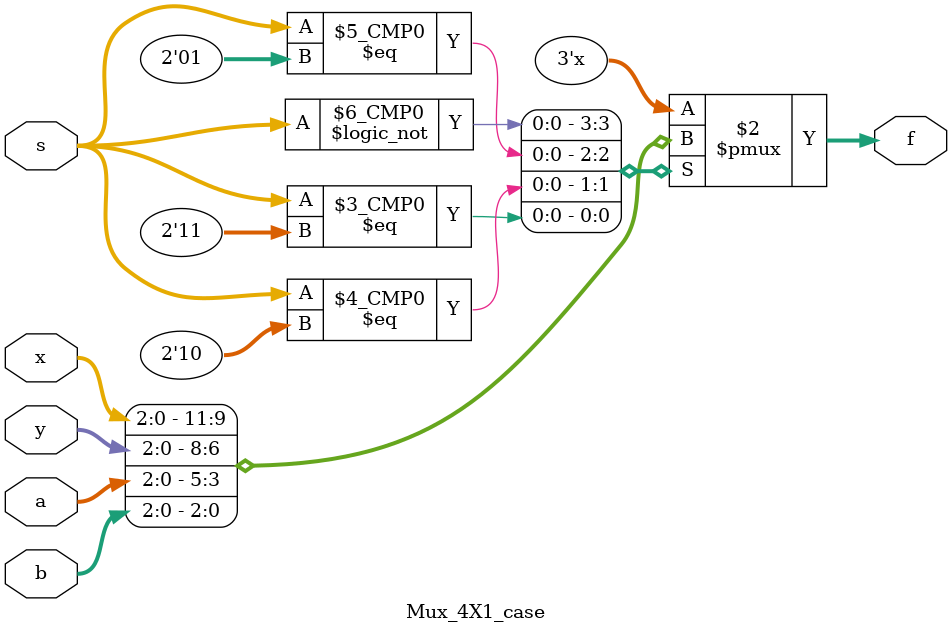
<source format=v>
`timescale 1ns / 1ps

module Mux_4X1_nbit
#(parameter n = 3)
(
    input [n-1:0] x, y, a, b,
    input [1:0] s,
    output reg [n-1:0] f
    );
    
    
    // procedural assignment in a behavioral mode
    always @(x, y, a, b, s) // executed when there ia change in the parameters in the sensitivity list
    begin 
        f = s[1] ? (s[0] ? a : b ): (s[0] ? x : y);
    end
 endmodule

module Mux_4X1_if
#(parameter n = 3)
(
    input [n-1:0] x, y, a, b,
    input [1:0] s,
    output reg [n-1:0] f
    );
    
    
    // procedural assignment in a behavioral mode
    always @(x, y, a, b, s) // executed when there ia change in the parameters in the sensitivity list
    begin 
    
    // f = s[1] ? (s[0] ? a : b ): (s[0] ? x : y);
       if (s == 2'b00)
          f = x;
       else if ( s== 2'b01)
          f = y;   
       else if ( s== 2'b10)
          f = a;  
       else if ( s== 2'b11)
          f = b;
       else    // make sure to add else
          f = 'bx;  
    end
 endmodule
 
 module Mux_4X1_case
#(parameter n = 3)
(
    input [n-1:0] x, y, a, b,
    input [1:0] s,
    output reg [n-1:0] f
    );
    
    
    // procedural assignment in a behavioral mode
    always @(x, y, a, b, s) // executed when there ia change in the parameters in the sensitivity list
    begin 
    
    // f = s[1] ? (s[0] ? a : b ): (s[0] ? x : y);
    case(s) 
      2'b00 : f = x;
      2'b01 : f = y;
      2'b10 : f = a;
      2'b11 : f = b;
      default: f = 'bx;
    endcase
    end
 endmodule

</source>
